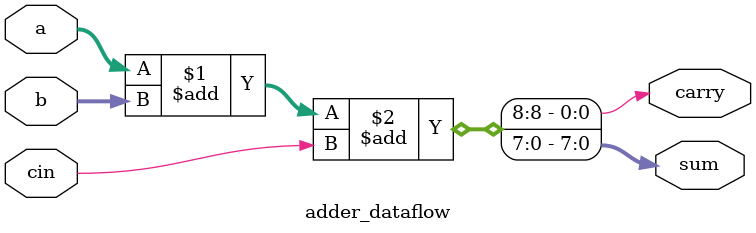
<source format=v>
module adder_dataflow(sum,carry,a,b,cin);
	input [7:0] a,b;
	input cin;
	output [7:0] sum;
	output carry;
	assign {carry,sum}=a+b+cin;
endmodule

</source>
